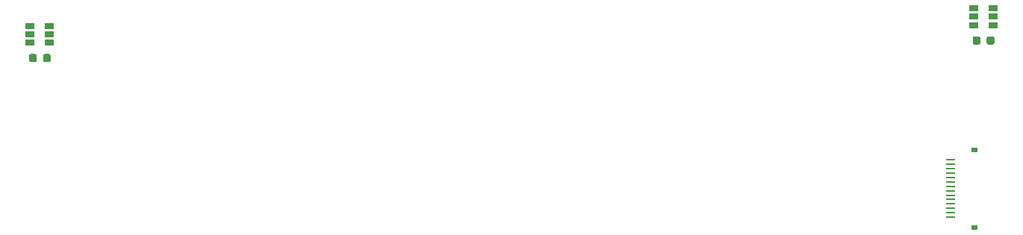
<source format=gbr>
%TF.GenerationSoftware,KiCad,Pcbnew,5.1.9-73d0e3b20d~88~ubuntu18.04.1*%
%TF.CreationDate,2020-12-31T14:23:56+01:00*%
%TF.ProjectId,ss_frontpanel_inner_plate,73735f66-726f-46e7-9470-616e656c5f69,rev?*%
%TF.SameCoordinates,Original*%
%TF.FileFunction,Paste,Top*%
%TF.FilePolarity,Positive*%
%FSLAX46Y46*%
G04 Gerber Fmt 4.6, Leading zero omitted, Abs format (unit mm)*
G04 Created by KiCad (PCBNEW 5.1.9-73d0e3b20d~88~ubuntu18.04.1) date 2020-12-31 14:23:56*
%MOMM*%
%LPD*%
G01*
G04 APERTURE LIST*
%ADD10R,0.720000X0.480000*%
%ADD11R,1.120000X0.210000*%
%ADD12R,1.060000X0.650000*%
G04 APERTURE END LIST*
D10*
%TO.C,J3*%
X209000000Y-71100000D03*
X209000000Y-79900000D03*
D11*
X206300000Y-72250000D03*
X206300000Y-72750000D03*
X206300000Y-73250000D03*
X206300000Y-73750000D03*
X206300000Y-74250000D03*
X206300000Y-74750000D03*
X206300000Y-75250000D03*
X206300000Y-75750000D03*
X206300000Y-76250000D03*
X206300000Y-76750000D03*
X206300000Y-77250000D03*
X206300000Y-77750000D03*
X206300000Y-78250000D03*
X206300000Y-78750000D03*
%TD*%
D12*
%TO.C,U2*%
X211100000Y-56000000D03*
X211100000Y-55050000D03*
X211100000Y-56950000D03*
X208900000Y-56950000D03*
X208900000Y-56000000D03*
X208900000Y-55050000D03*
%TD*%
%TO.C,U1*%
X104100000Y-58000000D03*
X104100000Y-57050000D03*
X104100000Y-58950000D03*
X101900000Y-58950000D03*
X101900000Y-58000000D03*
X101900000Y-57050000D03*
%TD*%
%TO.C,C9*%
G36*
G01*
X209650000Y-58443750D02*
X209650000Y-58956250D01*
G75*
G02*
X209431250Y-59175000I-218750J0D01*
G01*
X208993750Y-59175000D01*
G75*
G02*
X208775000Y-58956250I0J218750D01*
G01*
X208775000Y-58443750D01*
G75*
G02*
X208993750Y-58225000I218750J0D01*
G01*
X209431250Y-58225000D01*
G75*
G02*
X209650000Y-58443750I0J-218750D01*
G01*
G37*
G36*
G01*
X211225000Y-58443750D02*
X211225000Y-58956250D01*
G75*
G02*
X211006250Y-59175000I-218750J0D01*
G01*
X210568750Y-59175000D01*
G75*
G02*
X210350000Y-58956250I0J218750D01*
G01*
X210350000Y-58443750D01*
G75*
G02*
X210568750Y-58225000I218750J0D01*
G01*
X211006250Y-58225000D01*
G75*
G02*
X211225000Y-58443750I0J-218750D01*
G01*
G37*
%TD*%
%TO.C,C8*%
G36*
G01*
X102650000Y-60443750D02*
X102650000Y-60956250D01*
G75*
G02*
X102431250Y-61175000I-218750J0D01*
G01*
X101993750Y-61175000D01*
G75*
G02*
X101775000Y-60956250I0J218750D01*
G01*
X101775000Y-60443750D01*
G75*
G02*
X101993750Y-60225000I218750J0D01*
G01*
X102431250Y-60225000D01*
G75*
G02*
X102650000Y-60443750I0J-218750D01*
G01*
G37*
G36*
G01*
X104225000Y-60443750D02*
X104225000Y-60956250D01*
G75*
G02*
X104006250Y-61175000I-218750J0D01*
G01*
X103568750Y-61175000D01*
G75*
G02*
X103350000Y-60956250I0J218750D01*
G01*
X103350000Y-60443750D01*
G75*
G02*
X103568750Y-60225000I218750J0D01*
G01*
X104006250Y-60225000D01*
G75*
G02*
X104225000Y-60443750I0J-218750D01*
G01*
G37*
%TD*%
M02*

</source>
